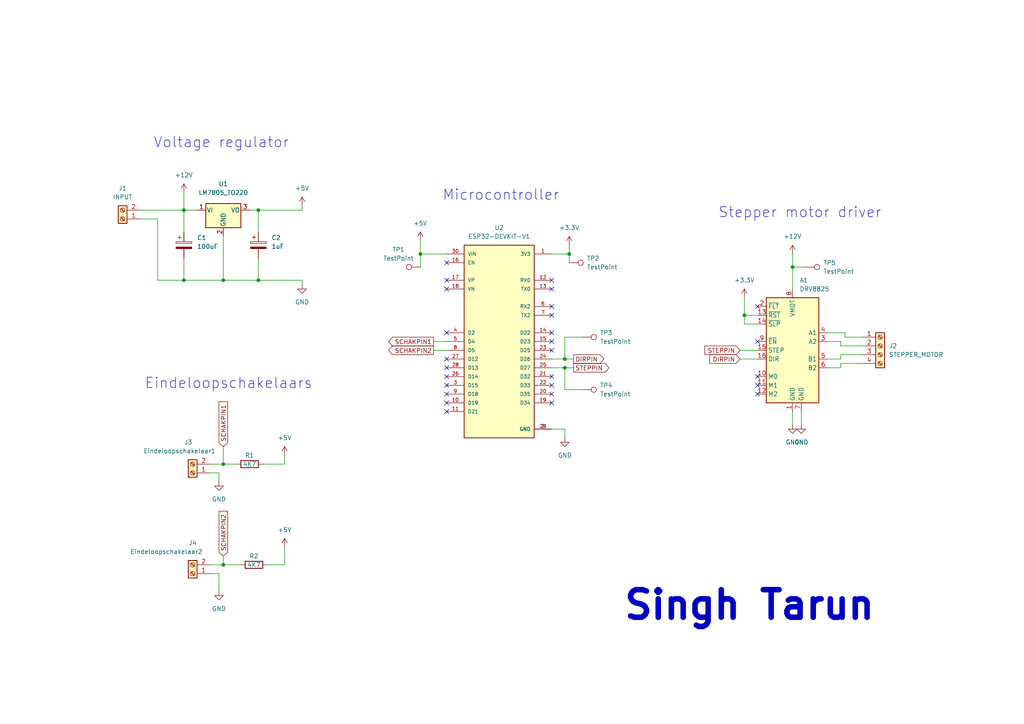
<source format=kicad_sch>
(kicad_sch (version 20211123) (generator eeschema)
  (paper "A4")
  (lib_symbols
    (symbol "Connector:Screw_Terminal_01x02" (pin_names (offset 1.016) hide)
      (property "Reference" "J" (at 0 2.54 0))
      (property "Value" "Screw_Terminal_01x02" (at 0 -5.08 0))
      (symbol "Screw_Terminal_01x02_1_1"
        (rectangle (start -1.27 1.27) (end 1.27 -3.81) (stroke (width 0.254)) (fill (type background)))
        (circle (center 0 -2.54) (radius 0.635) (stroke (width 0.1524)))
        (polyline (pts (xy -0.5334 -2.2098) (xy 0.3302 -3.048)) (stroke (width 0.1524)))
        (polyline (pts (xy -0.5334 0.3302) (xy 0.3302 -0.508)) (stroke (width 0.1524)))
        (polyline (pts (xy -0.3556 -2.032) (xy 0.508 -2.8702)) (stroke (width 0.1524)))
        (polyline (pts (xy -0.3556 0.508) (xy 0.508 -0.3302)) (stroke (width 0.1524)))
        (circle (center 0 0) (radius 0.635) (stroke (width 0.1524)))
        (pin passive line (at -5.08 0 0) (length 3.81) (name "Pin_1") (number "1"))
        (pin passive line (at -5.08 -2.54 0) (length 3.81) (name "Pin_2") (number "2"))
      )
    )
    (symbol "Connector:Screw_Terminal_01x04" (pin_names (offset 1.016) hide)
      (property "Reference" "J" (at 0 5.08 0))
      (property "Value" "Screw_Terminal_01x04" (at 0 -7.62 0))
      (symbol "Screw_Terminal_01x04_1_1"
        (rectangle (start -1.27 3.81) (end 1.27 -6.35) (stroke (width 0.254)) (fill (type background)))
        (circle (center 0 -5.08) (radius 0.635) (stroke (width 0.1524)))
        (circle (center 0 -2.54) (radius 0.635) (stroke (width 0.1524)))
        (polyline (pts (xy -0.5334 -4.7498) (xy 0.3302 -5.588)) (stroke (width 0.1524)))
        (polyline (pts (xy -0.5334 -2.2098) (xy 0.3302 -3.048)) (stroke (width 0.1524)))
        (polyline (pts (xy -0.5334 0.3302) (xy 0.3302 -0.508)) (stroke (width 0.1524)))
        (polyline (pts (xy -0.5334 2.8702) (xy 0.3302 2.032)) (stroke (width 0.1524)))
        (polyline (pts (xy -0.3556 -4.572) (xy 0.508 -5.4102)) (stroke (width 0.1524)))
        (polyline (pts (xy -0.3556 -2.032) (xy 0.508 -2.8702)) (stroke (width 0.1524)))
        (polyline (pts (xy -0.3556 0.508) (xy 0.508 -0.3302)) (stroke (width 0.1524)))
        (polyline (pts (xy -0.3556 3.048) (xy 0.508 2.2098)) (stroke (width 0.1524)))
        (circle (center 0 0) (radius 0.635) (stroke (width 0.1524)))
        (circle (center 0 2.54) (radius 0.635) (stroke (width 0.1524)))
        (pin passive line (at -5.08 2.54 0) (length 3.81) (name "Pin_1") (number "1"))
        (pin passive line (at -5.08 0 0) (length 3.81) (name "Pin_2") (number "2"))
        (pin passive line (at -5.08 -2.54 0) (length 3.81) (name "Pin_3") (number "3"))
        (pin passive line (at -5.08 -5.08 0) (length 3.81) (name "Pin_4") (number "4"))
      )
    )
    (symbol "Connector:TestPoint" (pin_numbers hide) (pin_names (offset 0.762) hide)
      (property "Reference" "TP" (at 0 6.858 0))
      (property "Value" "TestPoint" (at 0 5.08 0))
      (symbol "TestPoint_0_1"
        (circle (center 0 3.302) (radius 0.762))
      )
      (symbol "TestPoint_1_1"
        (pin passive line (at 0 0 90) (length 2.54) (name "1") (number "1"))
      )
    )
    (symbol "Device:C_Polarized" (pin_numbers hide) (pin_names (offset 0.254))
      (property "Reference" "C" (at 0.635 2.54 0))
      (property "Value" "C_Polarized" (at 0.635 -2.54 0))
      (symbol "C_Polarized_0_1"
        (rectangle (start -2.286 0.508) (end 2.286 1.016))
        (polyline (pts (xy -1.778 2.286) (xy -0.762 2.286)))
        (polyline (pts (xy -1.27 2.794) (xy -1.27 1.778)))
        (rectangle (start 2.286 -0.508) (end -2.286 -1.016) (fill (type outline)))
      )
      (symbol "C_Polarized_1_1"
        (pin passive line (at 0 3.81 270) (length 2.794) (name "~") (number "1"))
        (pin passive line (at 0 -3.81 90) (length 2.794) (name "~") (number "2"))
      )
    )
    (symbol "Device:R" (pin_numbers hide) (pin_names (offset 0))
      (property "Reference" "R" (at 2.032 0 90))
      (property "Value" "R" (at 0 0 90))
      (symbol "R_0_1"
        (rectangle (start -1.016 -2.54) (end 1.016 2.54) (stroke (width 0.254)))
      )
      (symbol "R_1_1"
        (pin passive line (at 0 3.81 270) (length 1.27) (name "~") (number "1"))
        (pin passive line (at 0 -3.81 90) (length 1.27) (name "~") (number "2"))
      )
    )
    (symbol "Driver_Motor:Pololu_Breakout_DRV8825"
      (property "Reference" "A" (at -2.54 16.51 0))
      (property "Value" "Pololu_Breakout_DRV8825" (at -2.54 13.97 0))
      (symbol "Pololu_Breakout_DRV8825_0_1"
        (rectangle (start 7.62 -17.78) (end -7.62 12.7) (stroke (width 0.254)) (fill (type background)))
      )
      (symbol "Pololu_Breakout_DRV8825_1_1"
        (pin power_in line (at 0 -20.32 90) (length 2.54) (name "GND") (number "1"))
        (pin input line (at -10.16 -10.16 0) (length 2.54) (name "M0") (number "10"))
        (pin input line (at -10.16 -12.7 0) (length 2.54) (name "M1") (number "11"))
        (pin input line (at -10.16 -15.24 0) (length 2.54) (name "M2") (number "12"))
        (pin input line (at -10.16 7.62 0) (length 2.54) (name "~{RST}") (number "13"))
        (pin input line (at -10.16 5.08 0) (length 2.54) (name "~{SLP}") (number "14"))
        (pin input line (at -10.16 -2.54 0) (length 2.54) (name "STEP") (number "15"))
        (pin input line (at -10.16 -5.08 0) (length 2.54) (name "DIR") (number "16"))
        (pin output line (at -10.16 10.16 0) (length 2.54) (name "~{FLT}") (number "2"))
        (pin output line (at 10.16 0 180) (length 2.54) (name "A2") (number "3"))
        (pin output line (at 10.16 2.54 180) (length 2.54) (name "A1") (number "4"))
        (pin output line (at 10.16 -5.08 180) (length 2.54) (name "B1") (number "5"))
        (pin output line (at 10.16 -7.62 180) (length 2.54) (name "B2") (number "6"))
        (pin power_in line (at 2.54 -20.32 90) (length 2.54) (name "GND") (number "7"))
        (pin power_in line (at 0 15.24 270) (length 2.54) (name "VMOT") (number "8"))
        (pin input line (at -10.16 0 0) (length 2.54) (name "~{EN}") (number "9"))
      )
    )
    (symbol "My_Library:ESP32-DEVKIT-V1" (pin_names (offset 1.016))
      (property "Reference" "U" (at -10.16 30.48 0))
      (property "Value" "ESP32-DEVKIT-V1" (at -10.16 -30.48 0))
      (symbol "ESP32-DEVKIT-V1_0_0"
        (rectangle (start -10.16 -27.94) (end 10.16 27.94) (stroke (width 0.254)) (fill (type background)))
        (pin output line (at 15.24 25.4 180) (length 5.08) (name "3V3") (number "1"))
        (pin bidirectional line (at -15.24 -17.78 0) (length 5.08) (name "D19") (number "10"))
        (pin bidirectional line (at -15.24 -20.32 0) (length 5.08) (name "D21") (number "11"))
        (pin input line (at 15.24 17.78 180) (length 5.08) (name "RX0") (number "12"))
        (pin output line (at 15.24 15.24 180) (length 5.08) (name "TX0") (number "13"))
        (pin bidirectional line (at 15.24 2.54 180) (length 5.08) (name "D22") (number "14"))
        (pin bidirectional line (at 15.24 0 180) (length 5.08) (name "D23") (number "15"))
        (pin input line (at -15.24 22.86 0) (length 5.08) (name "EN") (number "16"))
        (pin bidirectional line (at -15.24 17.78 0) (length 5.08) (name "VP") (number "17"))
        (pin bidirectional line (at -15.24 15.24 0) (length 5.08) (name "VN") (number "18"))
        (pin bidirectional line (at 15.24 -17.78 180) (length 5.08) (name "D34") (number "19"))
        (pin power_in line (at 15.24 -25.4 180) (length 5.08) (name "GND") (number "2"))
        (pin bidirectional line (at 15.24 -15.24 180) (length 5.08) (name "D35") (number "20"))
        (pin bidirectional line (at 15.24 -10.16 180) (length 5.08) (name "D32") (number "21"))
        (pin bidirectional line (at 15.24 -12.7 180) (length 5.08) (name "D33") (number "22"))
        (pin bidirectional line (at 15.24 -2.54 180) (length 5.08) (name "D25") (number "23"))
        (pin bidirectional line (at 15.24 -5.08 180) (length 5.08) (name "D26") (number "24"))
        (pin bidirectional line (at 15.24 -7.62 180) (length 5.08) (name "D27") (number "25"))
        (pin bidirectional line (at -15.24 -10.16 0) (length 5.08) (name "D14") (number "26"))
        (pin bidirectional line (at -15.24 -5.08 0) (length 5.08) (name "D12") (number "27"))
        (pin bidirectional line (at -15.24 -7.62 0) (length 5.08) (name "D13") (number "28"))
        (pin power_in line (at 15.24 -25.4 180) (length 5.08) (name "GND") (number "29"))
        (pin bidirectional line (at -15.24 -12.7 0) (length 5.08) (name "D15") (number "3"))
        (pin input line (at -15.24 25.4 0) (length 5.08) (name "VIN") (number "30"))
        (pin bidirectional line (at -15.24 2.54 0) (length 5.08) (name "D2") (number "4"))
        (pin bidirectional line (at -15.24 0 0) (length 5.08) (name "D4") (number "5"))
        (pin input line (at 15.24 10.16 180) (length 5.08) (name "RX2") (number "6"))
        (pin output line (at 15.24 7.62 180) (length 5.08) (name "TX2") (number "7"))
        (pin bidirectional line (at -15.24 -2.54 0) (length 5.08) (name "D5") (number "8"))
        (pin bidirectional line (at -15.24 -15.24 0) (length 5.08) (name "D18") (number "9"))
      )
    )
    (symbol "Regulator_Linear:LM7805_TO220" (pin_names (offset 0.254))
      (property "Reference" "U" (at -3.81 3.175 0))
      (property "Value" "LM7805_TO220" (at 0 3.175 0))
      (symbol "LM7805_TO220_0_1"
        (rectangle (start -5.08 1.905) (end 5.08 -5.08) (stroke (width 0.254)) (fill (type background)))
      )
      (symbol "LM7805_TO220_1_1"
        (pin power_in line (at -7.62 0 0) (length 2.54) (name "VI") (number "1"))
        (pin power_in line (at 0 -7.62 90) (length 2.54) (name "GND") (number "2"))
        (pin power_out line (at 7.62 0 180) (length 2.54) (name "VO") (number "3"))
      )
    )
    (symbol "power:+12V" (power) (pin_names (offset 0))
      (property "Value" "+12V" (at 0 3.556 0))
      (symbol "+12V_0_1"
        (polyline (pts (xy -0.762 1.27) (xy 0 2.54)))
        (polyline (pts (xy 0 0) (xy 0 2.54)))
        (polyline (pts (xy 0 2.54) (xy 0.762 1.27)))
      )
      (symbol "+12V_1_1"
        (pin power_in line (at 0 0 90) (length 0) hide (name "+12V") (number "1"))
      )
    )
    (symbol "power:+3.3V" (power) (pin_names (offset 0))
      (property "Value" "+3.3V" (at 0 3.556 0))
      (symbol "+3.3V_0_1"
        (polyline (pts (xy -0.762 1.27) (xy 0 2.54)))
        (polyline (pts (xy 0 0) (xy 0 2.54)))
        (polyline (pts (xy 0 2.54) (xy 0.762 1.27)))
      )
      (symbol "+3.3V_1_1"
        (pin power_in line (at 0 0 90) (length 0) hide (name "+3.3V") (number "1"))
      )
    )
    (symbol "power:+5V" (power) (pin_names (offset 0))
      (property "Value" "+5V" (at 0 3.556 0))
      (symbol "+5V_0_1"
        (polyline (pts (xy -0.762 1.27) (xy 0 2.54)))
        (polyline (pts (xy 0 0) (xy 0 2.54)))
        (polyline (pts (xy 0 2.54) (xy 0.762 1.27)))
      )
      (symbol "+5V_1_1"
        (pin power_in line (at 0 0 90) (length 0) hide (name "+5V") (number "1"))
      )
    )
    (symbol "power:GND" (power) (pin_names (offset 0))
      (property "Value" "GND" (at 0 -3.81 0))
      (symbol "GND_0_1"
        (polyline (pts (xy 0 0) (xy 0 -1.27) (xy 1.27 -1.27) (xy 0 -2.54) (xy -1.27 -1.27) (xy 0 -1.27)))
      )
      (symbol "GND_1_1"
        (pin power_in line (at 0 0 270) (length 0) hide (name "GND") (number "1"))
      )
    )
  )
  (junction (at 64.77 134.62))
  (junction (at 163.83 106.68))
  (junction (at 74.93 81.28))
  (junction (at 64.77 163.83))
  (junction (at 74.93 60.96))
  (junction (at 163.83 104.14))
  (junction (at 229.87 77.47))
  (junction (at 165.1 73.66))
  (junction (at 53.34 60.96))
  (junction (at 215.9 91.44))
  (junction (at 53.34 81.28))
  (junction (at 64.77 81.28))
  (junction (at 121.92 73.66))
  (no_connect (at 160.02 101.6))
  (no_connect (at 129.54 96.52))
  (no_connect (at 129.54 106.68))
  (no_connect (at 129.54 83.82))
  (no_connect (at 219.71 99.06))
  (no_connect (at 129.54 114.3))
  (no_connect (at 129.54 109.22))
  (no_connect (at 129.54 104.14))
  (no_connect (at 219.71 88.9))
  (no_connect (at 129.54 76.2))
  (no_connect (at 160.02 88.9))
  (no_connect (at 160.02 81.28))
  (no_connect (at 219.71 114.3))
  (no_connect (at 160.02 91.44))
  (no_connect (at 129.54 111.76))
  (no_connect (at 160.02 99.06))
  (no_connect (at 160.02 109.22))
  (no_connect (at 160.02 96.52))
  (no_connect (at 160.02 116.84))
  (no_connect (at 129.54 119.38))
  (no_connect (at 160.02 114.3))
  (no_connect (at 219.71 111.76))
  (no_connect (at 160.02 83.82))
  (no_connect (at 160.02 111.76))
  (no_connect (at 219.71 109.22))
  (no_connect (at 129.54 81.28))
  (no_connect (at 129.54 116.84))
  (wire (pts (xy 63.5 166.37) (xy 60.96 166.37)))
  (wire (pts (xy 243.84 102.87) (xy 243.84 104.14)))
  (wire (pts (xy 64.77 161.29) (xy 64.77 163.83)))
  (wire (pts (xy 245.11 96.52) (xy 240.03 96.52)))
  (wire (pts (xy 74.93 81.28) (xy 64.77 81.28)))
  (wire (pts (xy 53.34 81.28) (xy 53.34 74.93)))
  (wire (pts (xy 243.84 104.14) (xy 240.03 104.14)))
  (wire (pts (xy 64.77 129.54) (xy 64.77 134.62)))
  (wire (pts (xy 74.93 60.96) (xy 72.39 60.96)))
  (wire (pts (xy 53.34 67.31) (xy 53.34 60.96)))
  (wire (pts (xy 82.55 158.75) (xy 82.55 163.83)))
  (wire (pts (xy 250.19 102.87) (xy 243.84 102.87)))
  (wire (pts (xy 232.41 119.38) (xy 232.41 123.19)))
  (wire (pts (xy 243.84 105.41) (xy 243.84 106.68)))
  (wire (pts (xy 243.84 99.06) (xy 240.03 99.06)))
  (wire (pts (xy 163.83 104.14) (xy 166.37 104.14)))
  (wire (pts (xy 160.02 106.68) (xy 163.83 106.68)))
  (wire (pts (xy 40.64 63.5) (xy 45.72 63.5)))
  (wire (pts (xy 60.96 137.16) (xy 63.5 137.16)))
  (wire (pts (xy 229.87 77.47) (xy 229.87 83.82)))
  (wire (pts (xy 121.92 73.66) (xy 129.54 73.66)))
  (wire (pts (xy 163.83 124.46) (xy 163.83 127)))
  (wire (pts (xy 63.5 137.16) (xy 63.5 139.7)))
  (wire (pts (xy 45.72 63.5) (xy 45.72 81.28)))
  (wire (pts (xy 87.63 59.69) (xy 87.63 60.96)))
  (wire (pts (xy 121.92 69.85) (xy 121.92 73.66)))
  (wire (pts (xy 64.77 134.62) (xy 68.58 134.62)))
  (wire (pts (xy 229.87 73.66) (xy 229.87 77.47)))
  (wire (pts (xy 214.63 104.14) (xy 219.71 104.14)))
  (wire (pts (xy 215.9 93.98) (xy 219.71 93.98)))
  (wire (pts (xy 74.93 81.28) (xy 87.63 81.28)))
  (wire (pts (xy 215.9 91.44) (xy 215.9 93.98)))
  (wire (pts (xy 160.02 104.14) (xy 163.83 104.14)))
  (wire (pts (xy 64.77 81.28) (xy 53.34 81.28)))
  (wire (pts (xy 165.1 73.66) (xy 165.1 76.2)))
  (wire (pts (xy 82.55 163.83) (xy 77.47 163.83)))
  (wire (pts (xy 125.73 101.6) (xy 129.54 101.6)))
  (wire (pts (xy 243.84 106.68) (xy 240.03 106.68)))
  (wire (pts (xy 250.19 97.79) (xy 245.11 97.79)))
  (wire (pts (xy 163.83 97.79) (xy 163.83 104.14)))
  (wire (pts (xy 165.1 71.12) (xy 165.1 73.66)))
  (wire (pts (xy 250.19 105.41) (xy 243.84 105.41)))
  (wire (pts (xy 60.96 163.83) (xy 64.77 163.83)))
  (wire (pts (xy 82.55 134.62) (xy 76.2 134.62)))
  (wire (pts (xy 121.92 77.47) (xy 121.92 73.66)))
  (wire (pts (xy 243.84 100.33) (xy 243.84 99.06)))
  (wire (pts (xy 64.77 68.58) (xy 64.77 81.28)))
  (wire (pts (xy 163.83 113.03) (xy 163.83 106.68)))
  (wire (pts (xy 63.5 171.45) (xy 63.5 166.37)))
  (wire (pts (xy 82.55 132.08) (xy 82.55 134.62)))
  (wire (pts (xy 53.34 60.96) (xy 57.15 60.96)))
  (wire (pts (xy 250.19 100.33) (xy 243.84 100.33)))
  (wire (pts (xy 74.93 74.93) (xy 74.93 81.28)))
  (wire (pts (xy 74.93 67.31) (xy 74.93 60.96)))
  (wire (pts (xy 45.72 81.28) (xy 53.34 81.28)))
  (wire (pts (xy 229.87 77.47) (xy 233.68 77.47)))
  (wire (pts (xy 229.87 119.38) (xy 229.87 123.19)))
  (wire (pts (xy 245.11 97.79) (xy 245.11 96.52)))
  (wire (pts (xy 215.9 86.36) (xy 215.9 91.44)))
  (wire (pts (xy 160.02 124.46) (xy 163.83 124.46)))
  (wire (pts (xy 125.73 99.06) (xy 129.54 99.06)))
  (wire (pts (xy 214.63 101.6) (xy 219.71 101.6)))
  (wire (pts (xy 87.63 81.28) (xy 87.63 82.55)))
  (wire (pts (xy 168.91 97.79) (xy 163.83 97.79)))
  (wire (pts (xy 74.93 60.96) (xy 87.63 60.96)))
  (wire (pts (xy 165.1 73.66) (xy 160.02 73.66)))
  (wire (pts (xy 219.71 91.44) (xy 215.9 91.44)))
  (wire (pts (xy 163.83 106.68) (xy 166.37 106.68)))
  (wire (pts (xy 40.64 60.96) (xy 53.34 60.96)))
  (wire (pts (xy 60.96 134.62) (xy 64.77 134.62)))
  (wire (pts (xy 64.77 163.83) (xy 69.85 163.83)))
  (wire (pts (xy 53.34 55.88) (xy 53.34 60.96)))
  (wire (pts (xy 168.91 113.03) (xy 163.83 113.03)))
  (text "Microcontroller" (at 128.27 58.42 0) (effects (font (size 3 3)) (justify left bottom)))
  (text "Stepper motor driver" (at 208.28 63.5 0) (effects (font (size 3 3)) (justify left bottom)))
  (text "Voltage regulator" (at 44.45 43.18 0) (effects (font (size 3 3)) (justify left bottom)))
  (text "Eindeloopschakelaars" (at 41.91 113.03 0) (effects (font (size 3 3)) (justify left bottom)))
  (text "Singh Tarun" (at 180.34 180.34 0) (effects (font (size 8 8) (thickness 1.6) bold) (justify left bottom)))
  (global_label "SCHAKPIN2" (shape output) (at 125.73 101.6 180) (property "Intersheet References" "${INTERSHEET_REFS}" (effects hide)))
  (global_label "DIRPIN" (shape input) (at 214.63 104.14 180) (property "Intersheet References" "${INTERSHEET_REFS}" (effects hide)))
  (global_label "SCHAKPIN1" (shape input) (at 64.77 129.54 90) (property "Intersheet References" "${INTERSHEET_REFS}" (effects hide)))
  (global_label "SCHAKPIN2" (shape input) (at 64.77 161.29 90) (property "Intersheet References" "${INTERSHEET_REFS}" (effects hide)))
  (global_label "DIRPIN" (shape output) (at 166.37 104.14 0) (property "Intersheet References" "${INTERSHEET_REFS}" (effects hide)))
  (global_label "SCHAKPIN1" (shape output) (at 125.73 99.06 180) (property "Intersheet References" "${INTERSHEET_REFS}" (effects hide)))
  (global_label "STEPPIN" (shape input) (at 214.63 101.6 180) (property "Intersheet References" "${INTERSHEET_REFS}" (effects hide)))
  (global_label "STEPPIN" (shape output) (at 166.37 106.68 0) (property "Intersheet References" "${INTERSHEET_REFS}" (effects hide)))
  (symbol (lib_id "Connector:TestPoint") (at 121.92 77.47 90) (unit 1)
    (property "Reference" "TP1" (at 115.57 72.39 90))
    (property "Value" "TestPoint" (at 115.57 74.93 90))
    (property "Footprint" "TestPoint:TestPoint_Pad_D2.0mm" (effects hide))
  )
  (symbol (lib_id "power:GND") (at 63.5 139.7 0) (unit 1)
    (property "Reference" "#PWR01" (effects hide))
    (property "Value" "GND" (at 63.5 144.78 0))
  )
  (symbol (lib_id "Device:R") (at 72.39 134.62 90) (unit 1)
    (property "Reference" "R1" (at 72.39 132.08 90))
    (property "Value" "4K7" (at 72.39 134.62 90))
    (property "Footprint" "Resistor_THT:R_Axial_DIN0309_L9.0mm_D3.2mm_P15.24mm_Horizontal" (effects hide))
  )
  (symbol (lib_id "Connector:TestPoint") (at 165.1 76.2 270) (unit 1)
    (property "Reference" "TP2" (at 170.18 74.9299 90) (effects (justify left)))
    (property "Value" "TestPoint" (at 170.18 77.4699 90) (effects (justify left)))
    (property "Footprint" "TestPoint:TestPoint_Pad_D2.0mm" (effects hide))
  )
  (symbol (lib_id "power:GND") (at 63.5 171.45 0) (unit 1)
    (property "Reference" "#PWR02" (effects hide))
    (property "Value" "GND" (at 63.5 176.53 0))
  )
  (symbol (lib_id "Regulator_Linear:LM7805_TO220") (at 64.77 60.96 0) (unit 1)
    (property "Reference" "U1" (at 64.77 53.34 0))
    (property "Value" "LM7805_TO220" (at 64.77 55.88 0))
    (property "Footprint" "Package_TO_SOT_THT:TO-220-3_Vertical" (effects hide))
    (property "Datasheet" "https://www.onsemi.cn/PowerSolutions/document/MC7800-D.PDF" (effects hide))
  )
  (symbol (lib_id "power:GND") (at 87.63 82.55 0) (unit 1)
    (property "Reference" "#PWR0109" (effects hide))
    (property "Value" "GND" (at 87.63 87.63 0))
  )
  (symbol (lib_id "power:+5V") (at 82.55 132.08 0) (unit 1)
    (property "Reference" "#PWR03" (effects hide))
    (property "Value" "+5V" (at 82.55 127 0))
  )
  (symbol (lib_id "Connector:TestPoint") (at 168.91 113.03 270) (unit 1)
    (property "Reference" "TP4" (at 173.99 111.7599 90) (effects (justify left)))
    (property "Value" "TestPoint" (at 173.99 114.2999 90) (effects (justify left)))
    (property "Footprint" "TestPoint:TestPoint_Pad_D2.0mm" (effects hide))
  )
  (symbol (lib_id "power:+12V") (at 229.87 73.66 0) (unit 1)
    (property "Reference" "#PWR0104" (effects hide))
    (property "Value" "+12V" (at 229.87 68.58 0))
  )
  (symbol (lib_id "Connector:Screw_Terminal_01x02") (at 55.88 166.37 180) (unit 1)
    (property "Reference" "J4" (at 55.88 157.48 0))
    (property "Value" "Eindeloopschakelaar2" (at 48.26 160.02 0))
    (property "Footprint" "Connector_PinHeader_2.54mm:PinHeader_1x02_P2.54mm_Vertical" (effects hide))
  )
  (symbol (lib_id "Device:C_Polarized") (at 74.93 71.12 0) (unit 1)
    (property "Reference" "C2" (at 78.74 68.9609 0) (effects (justify left)))
    (property "Value" "1uF" (at 78.74 71.5009 0) (effects (justify left)))
    (property "Footprint" "Capacitor_THT:CP_Radial_D10.0mm_P3.80mm" (effects hide))
  )
  (symbol (lib_id "power:+5V") (at 121.92 69.85 0) (unit 1)
    (property "Reference" "#PWR0107" (effects hide))
    (property "Value" "+5V" (at 121.92 64.77 0))
  )
  (symbol (lib_id "Connector:TestPoint") (at 168.91 97.79 270) (unit 1)
    (property "Reference" "TP3" (at 173.99 96.5199 90) (effects (justify left)))
    (property "Value" "TestPoint" (at 173.99 99.0599 90) (effects (justify left)))
    (property "Footprint" "TestPoint:TestPoint_Pad_D2.0mm" (effects hide))
  )
  (symbol (lib_id "power:GND") (at 229.87 123.19 0) (unit 1)
    (property "Reference" "#PWR0103" (effects hide))
    (property "Value" "GND" (at 229.87 128.27 0))
  )
  (symbol (lib_id "My_Library:ESP32-DEVKIT-V1") (at 144.78 99.06 0) (unit 1)
    (property "Reference" "U2" (at 144.78 66.04 0))
    (property "Value" "ESP32-DEVKIT-V1" (at 144.78 68.58 0))
    (property "Footprint" "My_Library:ESP32_DEVKIT_V1" (effects hide))
    (property "MAXIMUM_PACKAGE_HEIGHT" "6.8 mm" (effects hide))
    (property "MANUFACTURER" "DOIT" (effects hide))
    (property "PARTREV" "N/A" (effects hide))
    (property "STANDARD" "Manufacturer Recommendations" (effects hide))
  )
  (symbol (lib_id "power:+12V") (at 53.34 55.88 0) (unit 1)
    (property "Reference" "#PWR0110" (effects hide))
    (property "Value" "+12V" (at 53.34 50.8 0))
  )
  (symbol (lib_id "power:+5V") (at 82.55 158.75 0) (unit 1)
    (property "Reference" "#PWR04" (effects hide))
    (property "Value" "+5V" (at 82.55 153.67 0))
  )
  (symbol (lib_id "Connector:Screw_Terminal_01x02") (at 35.56 63.5 180) (unit 1)
    (property "Reference" "J1" (at 35.56 54.61 0))
    (property "Value" "INPUT" (at 35.56 57.15 0))
    (property "Footprint" "TerminalBlock:TerminalBlock_bornier-2_P5.08mm" (effects hide))
  )
  (symbol (lib_id "Connector:TestPoint") (at 233.68 77.47 270) (unit 1)
    (property "Reference" "TP5" (at 238.76 76.1999 90) (effects (justify left)))
    (property "Value" "TestPoint" (at 238.76 78.7399 90) (effects (justify left)))
    (property "Footprint" "TestPoint:TestPoint_Pad_D2.0mm" (effects hide))
  )
  (symbol (lib_id "power:+3.3V") (at 165.1 71.12 0) (unit 1)
    (property "Reference" "#PWR0106" (effects hide))
    (property "Value" "+3.3V" (at 165.1 66.04 0))
  )
  (symbol (lib_id "Device:C_Polarized") (at 53.34 71.12 0) (unit 1)
    (property "Reference" "C1" (at 57.15 68.9609 0) (effects (justify left)))
    (property "Value" "100uF" (at 57.15 71.5009 0) (effects (justify left)))
    (property "Footprint" "Capacitor_THT:CP_Radial_D10.0mm_P3.80mm" (effects hide))
  )
  (symbol (lib_id "power:GND") (at 232.41 123.19 0) (unit 1)
    (property "Reference" "#PWR0102" (effects hide))
    (property "Value" "GND" (at 232.41 128.27 0))
  )
  (symbol (lib_id "power:GND") (at 163.83 127 0) (unit 1)
    (property "Reference" "#PWR0105" (effects hide))
    (property "Value" "GND" (at 163.83 132.08 0))
  )
  (symbol (lib_id "Driver_Motor:Pololu_Breakout_DRV8825") (at 229.87 99.06 0) (unit 1)
    (property "Reference" "A1" (at 231.8894 81.28 0) (effects (justify left)))
    (property "Value" "DRV8825" (at 231.8894 83.82 0) (effects (justify left)))
    (property "Footprint" "Module:Pololu_Breakout-16_15.2x20.3mm" (effects hide))
    (property "Datasheet" "https://www.pololu.com/product/2982" (effects hide))
  )
  (symbol (lib_id "Device:R") (at 73.66 163.83 90) (unit 1)
    (property "Reference" "R2" (at 73.66 161.29 90))
    (property "Value" "4K7" (at 73.66 163.83 90))
    (property "Footprint" "Resistor_THT:R_Axial_DIN0309_L9.0mm_D3.2mm_P15.24mm_Horizontal" (effects hide))
  )
  (symbol (lib_id "power:+3.3V") (at 215.9 86.36 0) (unit 1)
    (property "Reference" "#PWR0101" (effects hide))
    (property "Value" "+3.3V" (at 215.9 81.28 0))
  )
  (symbol (lib_id "Connector:Screw_Terminal_01x02") (at 55.88 137.16 180) (unit 1)
    (property "Reference" "J3" (at 54.61 128.27 0))
    (property "Value" "Eindeloopschakelaar1" (at 52.07 130.81 0))
    (property "Footprint" "Connector_PinHeader_2.54mm:PinHeader_1x02_P2.54mm_Vertical" (effects hide))
  )
  (symbol (lib_id "power:+5V") (at 87.63 59.69 0) (unit 1)
    (property "Reference" "#PWR0108" (effects hide))
    (property "Value" "+5V" (at 87.63 54.61 0))
  )
  (symbol (lib_id "Connector:Screw_Terminal_01x04") (at 255.27 100.33 0) (unit 1)
    (property "Reference" "J2" (at 257.81 100.3299 0) (effects (justify left)))
    (property "Value" "STEPPER_MOTOR" (at 257.81 102.8699 0) (effects (justify left)))
    (property "Footprint" "TerminalBlock:TerminalBlock_bornier-4_P5.08mm" (effects hide))
  )
)
</source>
